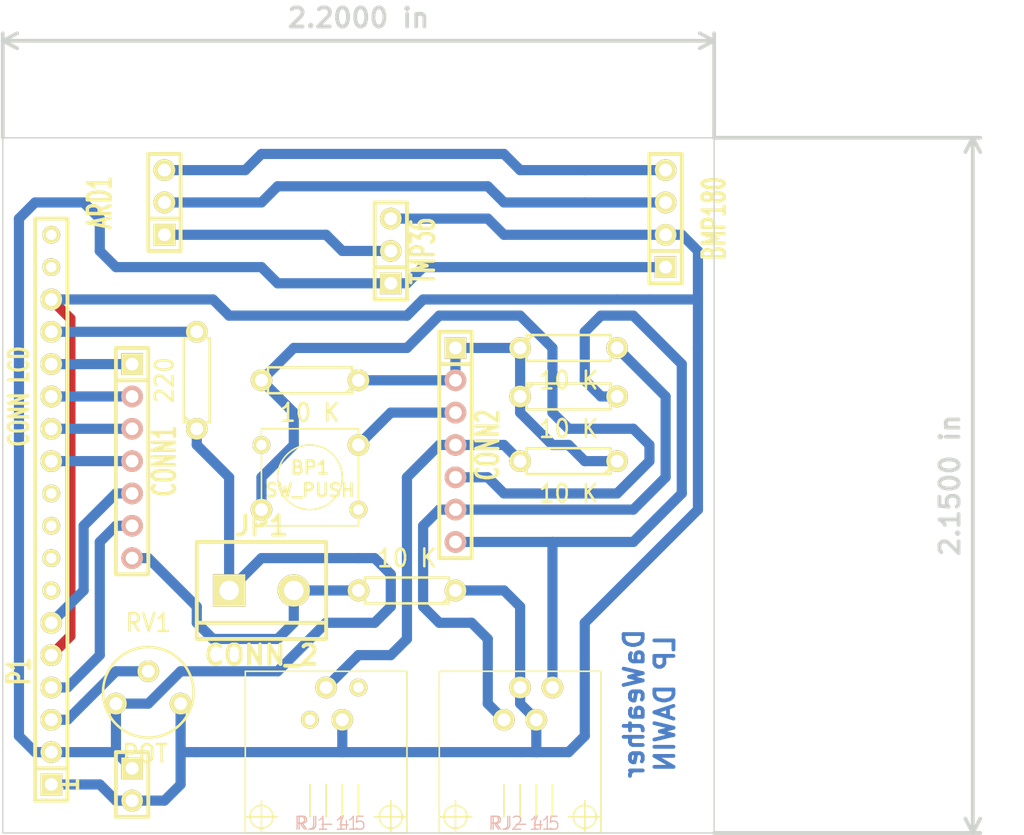
<source format=kicad_pcb>

(kicad_pcb
  (version 20171130)
  (host pcbnew "(5.1.12)-1")
  (general
    (thickness 1.6)
    (drawings 7)
    (tracks 175)
    (zones 0)
    (modules 18)
    (nets 21))
  (page A3)
  (layers
    (0 Dessus.Cu signal)
    (31 Dessous.Cu signal)
    (32 B.Adhes user)
    (33 F.Adhes user)
    (34 B.Paste user)
    (35 F.Paste user)
    (36 B.SilkS user)
    (37 F.SilkS user)
    (38 B.Mask user)
    (39 F.Mask user)
    (40 Dwgs.User user)
    (41 Cmts.User user)
    (42 Eco1.User user)
    (43 Eco2.User user)
    (44 Edge.Cuts user))
  (setup
    (last_trace_width 0.8)
    (trace_clearance 0.254)
    (zone_clearance 0.508)
    (zone_45_only no)
    (trace_min 0.254)
    (via_size 0.889)
    (via_drill 0.635)
    (via_min_size 0.889)
    (via_min_drill 0.508)
    (uvia_size 0.508)
    (uvia_drill 0.127)
    (uvias_allowed no)
    (uvia_min_size 0.508)
    (uvia_min_drill 0.127)
    (edge_width 0.1)
    (segment_width 0.2)
    (pcb_text_width 0.3)
    (pcb_text_size 1.5 1.5)
    (mod_edge_width 0.15)
    (mod_text_size 1 1)
    (mod_text_width 0.15)
    (pad_size 1.7 1.7)
    (pad_drill 1)
    (pad_to_mask_clearance 0)
    (aux_axis_origin 0 0)
    (visible_elements 7FFFFFFF)
    (pcbplotparams
      (layerselection 0x00030_ffffffff)
      (usegerberextensions true)
      (usegerberattributes true)
      (usegerberadvancedattributes true)
      (creategerberjobfile true)
      (excludeedgelayer true)
      (linewidth 0.15)
      (plotframeref false)
      (viasonmask false)
      (mode 1)
      (useauxorigin false)
      (hpglpennumber 1)
      (hpglpenspeed 20)
      (hpglpendiameter 15.0)
      (psnegative false)
      (psa4output false)
      (plotreference true)
      (plotvalue true)
      (plotinvisibletext false)
      (padsonsilk false)
      (subtractmaskfromsilk false)
      (outputformat 1)
      (mirror false)
      (drillshape 1)
      (scaleselection 1)
      (outputdirectory "")))
  (net 0 "")
  (net 1 N-000001)
  (net 2 N-0000010)
  (net 3 N-0000011)
  (net 4 N-0000012)
  (net 5 N-0000013)
  (net 6 N-0000015)
  (net 7 N-0000016)
  (net 8 N-0000017)
  (net 9 N-0000018)
  (net 10 N-0000019)
  (net 11 N-000002)
  (net 12 N-0000020)
  (net 13 N-0000021)
  (net 14 N-0000022)
  (net 15 N-0000027)
  (net 16 N-000003)
  (net 17 N-000004)
  (net 18 N-000005)
  (net 19 N-000006)
  (net 20 N-000009)
  (net_class Default "Ceci est la Netclass par défaut"
    (clearance 0.254)
    (trace_width 0.8)
    (via_dia 0.889)
    (via_drill 0.635)
    (uvia_dia 0.508)
    (uvia_drill 0.127)
    (add_net N-000001)
    (add_net N-0000010)
    (add_net N-0000011)
    (add_net N-0000012)
    (add_net N-0000013)
    (add_net N-0000015)
    (add_net N-0000016)
    (add_net N-0000017)
    (add_net N-0000018)
    (add_net N-0000019)
    (add_net N-000002)
    (add_net N-0000020)
    (add_net N-0000021)
    (add_net N-0000022)
    (add_net N-0000027)
    (add_net N-000003)
    (add_net N-000004)
    (add_net N-000005)
    (add_net N-000006)
    (add_net N-000009))
  (module SW_PUSH_SMALL
    (layer Dessus.Cu)
    (tedit 54C9627A)
    (tstamp 54C90043)
    (at 97.79 81.28)
    (path /54C8C291)
    (fp_text reference BP1
      (at 0 -0.762)
      (layer F.SilkS)
      (effects
        (font
          (size 1.016 1.016)
          (thickness 0.2032))))
    (fp_text value SW_PUSH
      (at 0 1.016)
      (layer F.SilkS)
      (effects
        (font
          (size 1.016 1.016)
          (thickness 0.2032))))
    (fp_line
      (start -3.81 -3.81)
      (end -3.81 3.81)
      (layer F.SilkS)
      (width 0.127))
    (fp_line
      (start 3.81 3.81)
      (end -3.81 3.81)
      (layer F.SilkS)
      (width 0.127))
    (fp_line
      (start 3.81 -3.81)
      (end 3.81 3.81)
      (layer F.SilkS)
      (width 0.127))
    (fp_line
      (start -3.81 -3.81)
      (end 3.81 -3.81)
      (layer F.SilkS)
      (width 0.127))
    (fp_circle
      (center 0 0)
      (end 0 -2.54)
      (layer F.SilkS)
      (width 0.127))
    (pad 1 thru_hole circle
      (at 3.81 -2.54)
      (size 1.7 1.7)
      (drill 1)
      (layers *.Cu *.Mask F.SilkS)
      (net 18 N-000005))
    (pad 2 thru_hole circle
      (at 3.81 2.54)
      (size 1.397 1.397)
      (drill 0.8128)
      (layers *.Cu *.Mask F.SilkS))
    (pad 1 thru_hole circle
      (at -3.81 -2.54)
      (size 1.397 1.397)
      (drill 0.8128)
      (layers *.Cu *.Mask F.SilkS))
    (pad 2 thru_hole circle
      (at -3.81 2.54)
      (size 1.7 1.7)
      (drill 1)
      (layers *.Cu *.Mask F.SilkS)
      (net 11 N-000002)))
  (module SIL-7
    (layer Dessus.Cu)
    (tedit 54C96456)
    (tstamp 54C90055)
    (at 109.22 78.74 270)
    (descr "Connecteur 7 pins")
    (tags "CONN DEV")
    (path /54C8DBB2)
    (fp_text reference CONN2
      (at 0 -2.54 270)
      (layer F.SilkS)
      (effects
        (font
          (size 1.72974 1.08712)
          (thickness 0.3048))))
    (fp_text value CONN_7
      (at 0 2.54 270)
      (layer F.SilkS) hide
      (effects
        (font
          (size 1.524 1.016)
          (thickness 0.3048))))
    (fp_line
      (start -6.35 1.27)
      (end -6.35 -1.27)
      (layer F.SilkS)
      (width 0.3048))
    (fp_line
      (start -6.35 1.27)
      (end -6.35 1.27)
      (layer F.SilkS)
      (width 0.3048))
    (fp_line
      (start -8.89 1.27)
      (end -8.89 -1.27)
      (layer F.SilkS)
      (width 0.3048))
    (fp_line
      (start 8.89 1.27)
      (end -8.89 1.27)
      (layer F.SilkS)
      (width 0.3048))
    (fp_line
      (start 8.89 -1.27)
      (end 8.89 1.27)
      (layer F.SilkS)
      (width 0.3048))
    (fp_line
      (start -8.89 -1.27)
      (end 8.89 -1.27)
      (layer F.SilkS)
      (width 0.3048))
    (fp_line
      (start -8.89 -1.27)
      (end -8.89 -1.27)
      (layer F.SilkS)
      (width 0.3048))
    (pad 1 thru_hole rect
      (at -7.62 0 270)
      (size 1.7 1.7)
      (drill 1)
      (layers *.Cu *.Mask F.SilkS)
      (net 10 N-0000019))
    (pad 2 thru_hole circle
      (at -5.08 0 270)
      (size 1.7 1.7)
      (drill 1)
      (layers *.Cu *.SilkS *.Mask)
      (net 10 N-0000019))
    (pad 3 thru_hole circle
      (at -2.54 0 270)
      (size 1.7 1.7)
      (drill 1)
      (layers *.Cu *.SilkS *.Mask)
      (net 18 N-000005))
    (pad 4 thru_hole circle
      (at 0 0 270)
      (size 1.7 1.7)
      (drill 1)
      (layers *.Cu *.SilkS *.Mask)
      (net 17 N-000004))
    (pad 5 thru_hole circle
      (at 2.54 0 270)
      (size 1.7 1.7)
      (drill 1)
      (layers *.Cu *.SilkS *.Mask)
      (net 11 N-000002))
    (pad 6 thru_hole circle
      (at 5.08 0 270)
      (size 1.7 1.7)
      (drill 1)
      (layers *.Cu *.SilkS *.Mask)
      (net 1 N-000001))
    (pad 7 thru_hole circle
      (at 7.62 0 270)
      (size 1.7 1.7)
      (drill 1)
      (layers *.Cu *.SilkS *.Mask)
      (net 16 N-000003)))
  (module SIL-7
    (layer Dessus.Cu)
    (tedit 54C962FA)
    (tstamp 54C90067)
    (at 83.82 80.01 270)
    (descr "Connecteur 7 pins")
    (tags "CONN DEV")
    (path /54C8D248)
    (fp_text reference CONN1
      (at 0 -2.54 270)
      (layer F.SilkS)
      (effects
        (font
          (size 1.72974 1.08712)
          (thickness 0.3048))))
    (fp_text value CONN_7
      (at 0 -2.54 270)
      (layer F.SilkS) hide
      (effects
        (font
          (size 1.524 1.016)
          (thickness 0.3048))))
    (fp_line
      (start -6.35 1.27)
      (end -6.35 -1.27)
      (layer F.SilkS)
      (width 0.3048))
    (fp_line
      (start -6.35 1.27)
      (end -6.35 1.27)
      (layer F.SilkS)
      (width 0.3048))
    (fp_line
      (start -8.89 1.27)
      (end -8.89 -1.27)
      (layer F.SilkS)
      (width 0.3048))
    (fp_line
      (start 8.89 1.27)
      (end -8.89 1.27)
      (layer F.SilkS)
      (width 0.3048))
    (fp_line
      (start 8.89 -1.27)
      (end 8.89 1.27)
      (layer F.SilkS)
      (width 0.3048))
    (fp_line
      (start -8.89 -1.27)
      (end 8.89 -1.27)
      (layer F.SilkS)
      (width 0.3048))
    (fp_line
      (start -8.89 -1.27)
      (end -8.89 -1.27)
      (layer F.SilkS)
      (width 0.3048))
    (pad 1 thru_hole rect
      (at -7.62 0 270)
      (size 1.7 1.7)
      (drill 1)
      (layers *.Cu *.Mask F.SilkS)
      (net 7 N-0000016))
    (pad 2 thru_hole circle
      (at -5.08 0 270)
      (size 1.7 1.7)
      (drill 1)
      (layers *.Cu *.SilkS *.Mask)
      (net 8 N-0000017))
    (pad 3 thru_hole circle
      (at -2.54 0 270)
      (size 1.7 1.7)
      (drill 1)
      (layers *.Cu *.SilkS *.Mask)
      (net 15 N-0000027))
    (pad 4 thru_hole circle
      (at 0 0 270)
      (size 1.7 1.7)
      (drill 1)
      (layers *.Cu *.SilkS *.Mask)
      (net 9 N-0000018))
    (pad 5 thru_hole circle
      (at 2.54 0 270)
      (size 1.7 1.7)
      (drill 1)
      (layers *.Cu *.SilkS *.Mask)
      (net 14 N-0000022))
    (pad 6 thru_hole circle
      (at 5.08 0 270)
      (size 1.7 1.7)
      (drill 1)
      (layers *.Cu *.SilkS *.Mask)
      (net 4 N-0000012))
    (pad 7 thru_hole circle
      (at 7.62 0 270)
      (size 1.7 1.7)
      (drill 1)
      (layers *.Cu *.SilkS *.Mask)
      (net 6 N-0000015)))
  (module SIL-4
    (layer Dessus.Cu)
    (tedit 54C961F0)
    (tstamp 54C90076)
    (at 125.73 60.96 90)
    (descr "Connecteur 4 pibs")
    (tags "CONN DEV")
    (path /54C8F200)
    (fp_text reference BMP180
      (at 0 3.81 90)
      (layer F.SilkS)
      (effects
        (font
          (size 1.73482 1.08712)
          (thickness 0.3048))))
    (fp_text value CONN_4
      (at 0 -2.54 90)
      (layer F.SilkS) hide
      (effects
        (font
          (size 1.524 1.016)
          (thickness 0.3048))))
    (fp_line
      (start -2.54 1.27)
      (end -2.54 -1.27)
      (layer F.SilkS)
      (width 0.3048))
    (fp_line
      (start 5.08 1.27)
      (end -5.08 1.27)
      (layer F.SilkS)
      (width 0.3048))
    (fp_line
      (start 5.08 -1.27)
      (end 5.08 1.27)
      (layer F.SilkS)
      (width 0.3048))
    (fp_line
      (start -5.08 -1.27)
      (end 5.08 -1.27)
      (layer F.SilkS)
      (width 0.3048))
    (fp_line
      (start -5.08 -1.27)
      (end -5.08 -1.27)
      (layer F.SilkS)
      (width 0.3048))
    (fp_line
      (start -5.08 1.27)
      (end -5.08 -1.27)
      (layer F.SilkS)
      (width 0.3048))
    (fp_line
      (start -5.08 -1.27)
      (end -5.08 -1.27)
      (layer F.SilkS)
      (width 0.3048))
    (pad 1 thru_hole rect
      (at -3.81 0 90)
      (size 1.7 1.7)
      (drill 1)
      (layers *.Cu *.Mask F.SilkS)
      (net 19 N-000006))
    (pad 2 thru_hole circle
      (at -1.27 0 90)
      (size 1.7 1.7)
      (drill 1)
      (layers *.Cu *.Mask F.SilkS)
      (net 13 N-0000021))
    (pad 3 thru_hole circle
      (at 1.27 0 90)
      (size 1.7 1.7)
      (drill 1)
      (layers *.Cu *.Mask F.SilkS)
      (net 2 N-0000010))
    (pad 4 thru_hole circle
      (at 3.81 0 90)
      (size 1.7 1.7)
      (drill 1)
      (layers *.Cu *.Mask F.SilkS)
      (net 3 N-0000011)))
  (module SIL-3
    (layer Dessus.Cu)
    (tedit 54C96230)
    (tstamp 54C90082)
    (at 86.36 59.69 90)
    (descr "Connecteur 3 pins")
    (tags "CONN DEV")
    (path /54C8EE3C)
    (fp_text reference ARD1
      (at 0 -5.08 90)
      (layer F.SilkS)
      (effects
        (font
          (size 1.7907 1.07696)
          (thickness 0.3048))))
    (fp_text value CONN_3
      (at 0 -2.54 90)
      (layer F.SilkS) hide
      (effects
        (font
          (size 1.524 1.016)
          (thickness 0.3048))))
    (fp_line
      (start -1.27 -1.27)
      (end -1.27 1.27)
      (layer F.SilkS)
      (width 0.3048))
    (fp_line
      (start 3.81 1.27)
      (end -3.81 1.27)
      (layer F.SilkS)
      (width 0.3048))
    (fp_line
      (start 3.81 -1.27)
      (end 3.81 1.27)
      (layer F.SilkS)
      (width 0.3048))
    (fp_line
      (start -3.81 -1.27)
      (end 3.81 -1.27)
      (layer F.SilkS)
      (width 0.3048))
    (fp_line
      (start -3.81 1.27)
      (end -3.81 -1.27)
      (layer F.SilkS)
      (width 0.3048))
    (pad 1 thru_hole rect
      (at -2.54 0 90)
      (size 1.7 1.7)
      (drill 1)
      (layers *.Cu *.Mask F.SilkS)
      (net 20 N-000009))
    (pad 2 thru_hole circle
      (at 0 0 90)
      (size 1.7 1.7)
      (drill 1)
      (layers *.Cu *.Mask F.SilkS)
      (net 2 N-0000010))
    (pad 3 thru_hole circle
      (at 2.54 0 90)
      (size 1.7 1.7)
      (drill 1)
      (layers *.Cu *.Mask F.SilkS)
      (net 3 N-0000011)))
  (module SIL-3
    (layer Dessus.Cu)
    (tedit 54C96211)
    (tstamp 54C94F19)
    (at 104.14 63.5 90)
    (descr "Connecteur 3 pins")
    (tags "CONN DEV")
    (path /54C8ECC3)
    (fp_text reference TMP36
      (at 0 2.54 90)
      (layer F.SilkS)
      (effects
        (font
          (size 1.7907 1.07696)
          (thickness 0.3048))))
    (fp_text value CONN_3
      (at 0 -2.54 90)
      (layer F.SilkS) hide
      (effects
        (font
          (size 1.524 1.016)
          (thickness 0.3048))))
    (fp_line
      (start -1.27 -1.27)
      (end -1.27 1.27)
      (layer F.SilkS)
      (width 0.3048))
    (fp_line
      (start 3.81 1.27)
      (end -3.81 1.27)
      (layer F.SilkS)
      (width 0.3048))
    (fp_line
      (start 3.81 -1.27)
      (end 3.81 1.27)
      (layer F.SilkS)
      (width 0.3048))
    (fp_line
      (start -3.81 -1.27)
      (end 3.81 -1.27)
      (layer F.SilkS)
      (width 0.3048))
    (fp_line
      (start -3.81 1.27)
      (end -3.81 -1.27)
      (layer F.SilkS)
      (width 0.3048))
    (pad 1 thru_hole rect
      (at -2.54 0 90)
      (size 1.7 1.7)
      (drill 1)
      (layers *.Cu *.Mask F.SilkS)
      (net 19 N-000006))
    (pad 2 thru_hole circle
      (at 0 0 90)
      (size 1.7 1.7)
      (drill 1)
      (layers *.Cu *.Mask F.SilkS)
      (net 20 N-000009))
    (pad 3 thru_hole circle
      (at 2.54 0 90)
      (size 1.7 1.7)
      (drill 1)
      (layers *.Cu *.Mask F.SilkS)
      (net 13 N-0000021)))
  (module SIL-2
    (layer Dessus.Cu)
    (tedit 54C963B1)
    (tstamp 54C90098)
    (at 83.82 105.41 270)
    (descr "Connecteurs 2 pins")
    (tags "CONN DEV")
    (path /54C8D258)
    (fp_text reference 1
      (at 0 5.08 270)
      (layer F.SilkS)
      (effects
        (font
          (size 1.72974 1.08712)
          (thickness 0.3048))))
    (fp_text value CONN_2
      (at 0 -2.54 270)
      (layer F.SilkS) hide
      (effects
        (font
          (size 1.524 1.016)
          (thickness 0.3048))))
    (fp_line
      (start 2.54 1.27)
      (end -2.54 1.27)
      (layer F.SilkS)
      (width 0.3048))
    (fp_line
      (start 2.54 -1.27)
      (end 2.54 1.27)
      (layer F.SilkS)
      (width 0.3048))
    (fp_line
      (start -2.54 -1.27)
      (end 2.54 -1.27)
      (layer F.SilkS)
      (width 0.3048))
    (fp_line
      (start -2.54 1.27)
      (end -2.54 -1.27)
      (layer F.SilkS)
      (width 0.3048))
    (pad 1 thru_hole rect
      (at -1.27 0 270)
      (size 1.7 1.7)
      (drill 1)
      (layers *.Cu *.Mask F.SilkS)
      (net 19 N-000006))
    (pad 2 thru_hole circle
      (at 1.27 0 270)
      (size 1.7 1.7)
      (drill 1)
      (layers *.Cu *.Mask F.SilkS)
      (net 13 N-0000021)))
  (module SIL-18
    (layer Dessus.Cu)
    (tedit 54C96333)
    (tstamp 54C94F35)
    (at 77.47 83.82 90)
    (descr "Connecteur 18 pins")
    (tags "CONN DEV")
    (path /54C8CFEE)
    (fp_text reference P1
      (at -12.7 -2.54 90)
      (layer F.SilkS)
      (effects
        (font
          (size 1.72974 1.08712)
          (thickness 0.3048))))
    (fp_text value "CONN LCD"
      (at 8.89 -2.54 90)
      (layer F.SilkS)
      (effects
        (font
          (size 1.524 1.016)
          (thickness 0.3048))))
    (fp_line
      (start -20.32 -1.27)
      (end -20.32 1.27)
      (layer F.SilkS)
      (width 0.3048))
    (fp_line
      (start -22.86 1.27)
      (end -22.86 -1.27)
      (layer F.SilkS)
      (width 0.3048))
    (fp_line
      (start 22.86 1.27)
      (end -22.86 1.27)
      (layer F.SilkS)
      (width 0.3048))
    (fp_line
      (start 22.86 -1.27)
      (end 22.86 1.27)
      (layer F.SilkS)
      (width 0.3048))
    (fp_line
      (start -22.86 -1.27)
      (end 22.86 -1.27)
      (layer F.SilkS)
      (width 0.3048))
    (pad 1 thru_hole rect
      (at -21.59 0 90)
      (size 1.7 1.7)
      (drill 1)
      (layers *.Cu *.Mask F.SilkS)
      (net 13 N-0000021))
    (pad 2 thru_hole circle
      (at -19.05 0 90)
      (size 1.7 1.7)
      (drill 1)
      (layers *.Cu *.Mask F.SilkS)
      (net 19 N-000006))
    (pad 3 thru_hole circle
      (at -16.51 0 90)
      (size 1.7 1.7)
      (drill 1)
      (layers *.Cu *.Mask F.SilkS)
      (net 12 N-0000020))
    (pad 4 thru_hole circle
      (at -13.97 0 90)
      (size 1.7 1.7)
      (drill 1)
      (layers *.Cu *.Mask F.SilkS)
      (net 4 N-0000012))
    (pad 5 thru_hole circle
      (at -11.43 0 90)
      (size 1.7 1.7)
      (drill 1)
      (layers *.Cu *.Mask F.SilkS)
      (net 13 N-0000021))
    (pad 6 thru_hole circle
      (at -8.89 0 90)
      (size 1.7 1.7)
      (drill 1)
      (layers *.Cu *.Mask F.SilkS)
      (net 14 N-0000022))
    (pad 7 thru_hole circle
      (at -6.35 0 90)
      (size 1.397 1.397)
      (drill 0.8128)
      (layers *.Cu *.Mask F.SilkS))
    (pad 8 thru_hole circle
      (at -3.81 0 90)
      (size 1.397 1.397)
      (drill 0.8128)
      (layers *.Cu *.Mask F.SilkS))
    (pad 9 thru_hole circle
      (at -1.27 0 90)
      (size 1.397 1.397)
      (drill 0.8128)
      (layers *.Cu *.Mask F.SilkS))
    (pad 10 thru_hole circle
      (at 1.27 0 90)
      (size 1.397 1.397)
      (drill 0.8128)
      (layers *.Cu *.Mask F.SilkS))
    (pad 11 thru_hole circle
      (at 3.81 0 90)
      (size 1.7 1.7)
      (drill 1)
      (layers *.Cu *.Mask F.SilkS)
      (net 9 N-0000018))
    (pad 12 thru_hole circle
      (at 6.35 0 90)
      (size 1.7 1.7)
      (drill 1)
      (layers *.Cu *.Mask F.SilkS)
      (net 15 N-0000027))
    (pad 13 thru_hole circle
      (at 8.89 0 90)
      (size 1.7 1.7)
      (drill 1)
      (layers *.Cu *.Mask F.SilkS)
      (net 8 N-0000017))
    (pad 14 thru_hole circle
      (at 11.43 0 90)
      (size 1.7 1.7)
      (drill 1)
      (layers *.Cu *.Mask F.SilkS)
      (net 7 N-0000016))
    (pad 15 thru_hole circle
      (at 13.97 0 90)
      (size 1.7 1.7)
      (drill 1)
      (layers *.Cu *.Mask F.SilkS)
      (net 5 N-0000013))
    (pad 16 thru_hole circle
      (at 16.51 0 90)
      (size 1.7 1.7)
      (drill 1)
      (layers *.Cu *.Mask F.SilkS)
      (net 13 N-0000021))
    (pad 17 thru_hole circle
      (at 19.05 0 90)
      (size 1.397 1.397)
      (drill 0.8128)
      (layers *.Cu *.Mask F.SilkS))
    (pad 18 thru_hole circle
      (at 21.59 0 90)
      (size 1.397 1.397)
      (drill 0.8128)
      (layers *.Cu *.Mask F.SilkS)))
  (module scenix4-RJ-11
    (layer Dessus.Cu)
    (tedit 54C963C7)
    (tstamp 54C900CB)
    (at 99.06 101.6 180)
    (path /54C8FB85)
    (attr virtual)
    (fp_text reference RJ1
      (at 1.143 -6.858 180)
      (layer B.SilkS)
      (effects
        (font
          (size 1.016 1.016)
          (thickness 0.0889))))
    (fp_text value RJ-11
      (at -0.127 -6.858 180)
      (layer B.SilkS)
      (effects
        (font
          (size 1.016 1.016)
          (thickness 0.0889))))
    (fp_text user 4
      (at -1.397 -6.858 180)
      (layer B.SilkS)
      (effects
        (font
          (size 1.016 1.016)
          (thickness 0.0889))))
    (fp_text user 5
      (at -2.667 -6.858 180)
      (layer B.SilkS)
      (effects
        (font
          (size 1.016 1.016)
          (thickness 0.0889))))
    (fp_line
      (start 5.08 -5.08)
      (end 5.08 -7.62)
      (layer F.SilkS)
      (width 0.127))
    (fp_line
      (start 3.81 -6.35)
      (end 6.35 -6.35)
      (layer F.SilkS)
      (width 0.127))
    (fp_line
      (start -5.08 -5.08)
      (end -5.08 -7.62)
      (layer F.SilkS)
      (width 0.127))
    (fp_line
      (start -6.35 -6.35)
      (end -3.81 -6.35)
      (layer F.SilkS)
      (width 0.127))
    (fp_line
      (start -6.35 5.08)
      (end -6.35 -7.62)
      (layer F.SilkS)
      (width 0.127))
    (fp_line
      (start 6.35 5.08)
      (end -6.35 5.08)
      (layer F.SilkS)
      (width 0.127))
    (fp_line
      (start 6.35 -7.62)
      (end 6.35 5.08)
      (layer F.SilkS)
      (width 0.127))
    (fp_line
      (start -6.35 -7.62)
      (end 6.35 -7.62)
      (layer F.SilkS)
      (width 0.127))
    (fp_line
      (start 1.27 -6.35)
      (end 1.27 -3.81)
      (layer F.SilkS)
      (width 0.127))
    (fp_line
      (start 0 -6.35)
      (end 0 -3.81)
      (layer F.SilkS)
      (width 0.127))
    (fp_line
      (start -1.27 -6.35)
      (end -1.27 -3.81)
      (layer F.SilkS)
      (width 0.127))
    (fp_line
      (start -2.54 -6.35)
      (end -2.54 -3.81)
      (layer F.SilkS)
      (width 0.127))
    (fp_circle
      (center 5.08 -6.35)
      (end 5.715 -6.985)
      (layer F.SilkS)
      (width 0.127))
    (fp_circle
      (center -5.08 -6.35)
      (end -5.715 -6.985)
      (layer F.SilkS)
      (width 0.127))
    (pad 2 thru_hole circle
      (at 1.27 1.27 180)
      (size 1.397 1.397)
      (drill 0.8128)
      (layers *.Cu F.Paste F.SilkS F.Mask))
    (pad 3 thru_hole circle
      (at 0 3.81 180)
      (size 1.7 1.7)
      (drill 1)
      (layers *.Cu F.Paste F.SilkS F.Mask)
      (net 17 N-000004))
    (pad 4 thru_hole circle
      (at -1.27 1.27 180)
      (size 1.7 1.7)
      (drill 1)
      (layers *.Cu F.Paste F.SilkS F.Mask)
      (net 13 N-0000021))
    (pad 5 thru_hole circle
      (at -2.54 3.81 180)
      (size 1.397 1.397)
      (drill 0.8128)
      (layers *.Cu F.Paste F.SilkS F.Mask)))
  (module scenix4-RJ-11
    (layer Dessus.Cu)
    (tedit 54C96401)
    (tstamp 54C900E3)
    (at 114.3 101.6 180)
    (path /54C8C2DD)
    (attr virtual)
    (fp_text reference RJ2
      (at 1.143 -6.858 180)
      (layer B.SilkS)
      (effects
        (font
          (size 1.016 1.016)
          (thickness 0.0889))))
    (fp_text value RJ-11
      (at -0.127 -6.858 180)
      (layer B.SilkS)
      (effects
        (font
          (size 1.016 1.016)
          (thickness 0.0889))))
    (fp_text user 4
      (at -1.397 -6.858 180)
      (layer B.SilkS)
      (effects
        (font
          (size 1.016 1.016)
          (thickness 0.0889))))
    (fp_text user 5
      (at -2.667 -6.858 180)
      (layer B.SilkS)
      (effects
        (font
          (size 1.016 1.016)
          (thickness 0.0889))))
    (fp_line
      (start 5.08 -5.08)
      (end 5.08 -7.62)
      (layer F.SilkS)
      (width 0.127))
    (fp_line
      (start 3.81 -6.35)
      (end 6.35 -6.35)
      (layer F.SilkS)
      (width 0.127))
    (fp_line
      (start -5.08 -5.08)
      (end -5.08 -7.62)
      (layer F.SilkS)
      (width 0.127))
    (fp_line
      (start -6.35 -6.35)
      (end -3.81 -6.35)
      (layer F.SilkS)
      (width 0.127))
    (fp_line
      (start -6.35 5.08)
      (end -6.35 -7.62)
      (layer F.SilkS)
      (width 0.127))
    (fp_line
      (start 6.35 5.08)
      (end -6.35 5.08)
      (layer F.SilkS)
      (width 0.127))
    (fp_line
      (start 6.35 -7.62)
      (end 6.35 5.08)
      (layer F.SilkS)
      (width 0.127))
    (fp_line
      (start -6.35 -7.62)
      (end 6.35 -7.62)
      (layer F.SilkS)
      (width 0.127))
    (fp_line
      (start 1.27 -6.35)
      (end 1.27 -3.81)
      (layer F.SilkS)
      (width 0.127))
    (fp_line
      (start 0 -6.35)
      (end 0 -3.81)
      (layer F.SilkS)
      (width 0.127))
    (fp_line
      (start -1.27 -6.35)
      (end -1.27 -3.81)
      (layer F.SilkS)
      (width 0.127))
    (fp_line
      (start -2.54 -6.35)
      (end -2.54 -3.81)
      (layer F.SilkS)
      (width 0.127))
    (fp_circle
      (center 5.08 -6.35)
      (end 5.715 -6.985)
      (layer F.SilkS)
      (width 0.127))
    (fp_circle
      (center -5.08 -6.35)
      (end -5.715 -6.985)
      (layer F.SilkS)
      (width 0.127))
    (pad 2 thru_hole circle
      (at 1.27 1.27 180)
      (size 1.7 1.7)
      (drill 1)
      (layers *.Cu F.Paste F.SilkS F.Mask)
      (net 1 N-000001))
    (pad 3 thru_hole circle
      (at 0 3.81 180)
      (size 1.7 1.7)
      (drill 1)
      (layers *.Cu F.Paste F.SilkS F.Mask)
      (net 13 N-0000021))
    (pad 4 thru_hole circle
      (at -1.27 1.27 180)
      (size 1.7 1.7)
      (drill 1)
      (layers *.Cu F.Paste F.SilkS F.Mask)
      (net 13 N-0000021))
    (pad 5 thru_hole circle
      (at -2.54 3.81 180)
      (size 1.7 1.7)
      (drill 1)
      (layers *.Cu F.Paste F.SilkS F.Mask)
      (net 16 N-000003)))
  (module RV2
    (layer Dessus.Cu)
    (tedit 54C96351)
    (tstamp 54C900EB)
    (at 85.09 97.79)
    (descr "Resistance variable / potentiometre")
    (tags R)
    (path /54C8F4AF)
    (autoplace_cost90 10)
    (autoplace_cost180 10)
    (fp_text reference RV1
      (at 0 -5.08)
      (layer F.SilkS)
      (effects
        (font
          (size 1.397 1.27)
          (thickness 0.2032))))
    (fp_text value POT
      (at -0.254 5.207)
      (layer F.SilkS)
      (effects
        (font
          (size 1.397 1.27)
          (thickness 0.2032))))
    (fp_circle
      (center 0 0.381)
      (end 0 -3.175)
      (layer F.SilkS)
      (width 0.2032))
    (pad 1 thru_hole circle
      (at -2.54 1.27)
      (size 1.7 1.7)
      (drill 1)
      (layers *.Cu *.Mask F.SilkS)
      (net 19 N-000006))
    (pad 2 thru_hole circle
      (at 0 -1.27)
      (size 1.7 1.7)
      (drill 1)
      (layers *.Cu *.Mask F.SilkS)
      (net 12 N-0000020))
    (pad 3 thru_hole circle
      (at 2.54 1.27)
      (size 1.7 1.7)
      (drill 1)
      (layers *.Cu *.Mask F.SilkS)
      (net 13 N-0000021))
    (model discret/adjustable_rx2.wrl
      (at
        (xyz 0 0 0))
      (scale
        (xyz 1 1 1))
      (rotate
        (xyz 0 0 0))))
  (module R3
    (layer Dessus.Cu)
    (tedit 54C96248)
    (tstamp 54C900F9)
    (at 88.9 73.66 90)
    (descr "Resitance 3 pas")
    (tags R)
    (path /54C8D0E6)
    (autoplace_cost180 10)
    (fp_text reference R6
      (at 0 0.127 90)
      (layer F.SilkS) hide
      (effects
        (font
          (size 1.397 1.27)
          (thickness 0.2032))))
    (fp_text value 220
      (at 0 -2.54 90)
      (layer F.SilkS)
      (effects
        (font
          (size 1.397 1.27)
          (thickness 0.2032))))
    (fp_line
      (start -3.302 -0.508)
      (end -2.794 -1.016)
      (layer F.SilkS)
      (width 0.2032))
    (fp_line
      (start 3.302 1.016)
      (end 3.302 0)
      (layer F.SilkS)
      (width 0.2032))
    (fp_line
      (start -3.302 1.016)
      (end 3.302 1.016)
      (layer F.SilkS)
      (width 0.2032))
    (fp_line
      (start -3.302 -1.016)
      (end -3.302 1.016)
      (layer F.SilkS)
      (width 0.2032))
    (fp_line
      (start 3.302 -1.016)
      (end -3.302 -1.016)
      (layer F.SilkS)
      (width 0.2032))
    (fp_line
      (start 3.302 0)
      (end 3.302 -1.016)
      (layer F.SilkS)
      (width 0.2032))
    (fp_line
      (start 3.81 0)
      (end 3.302 0)
      (layer F.SilkS)
      (width 0.2032))
    (fp_line
      (start -3.81 0)
      (end -3.302 0)
      (layer F.SilkS)
      (width 0.2032))
    (pad 1 thru_hole circle
      (at -3.81 0 90)
      (size 1.7 1.7)
      (drill 1)
      (layers *.Cu *.Mask F.SilkS)
      (net 19 N-000006))
    (pad 2 thru_hole circle
      (at 3.81 0 90)
      (size 1.7 1.7)
      (drill 1)
      (layers *.Cu *.Mask F.SilkS)
      (net 5 N-0000013))
    (model discret/resistor.wrl
      (at
        (xyz 0 0 0))
      (scale
        (xyz 0.3 0.3 0.3))
      (rotate
        (xyz 0 0 0))))
  (module R3
    (layer Dessus.Cu)
    (tedit 54C963D6)
    (tstamp 54C90107)
    (at 105.41 90.17 180)
    (descr "Resitance 3 pas")
    (tags R)
    (path /54C8D08F)
    (autoplace_cost180 10)
    (fp_text reference R5
      (at 0 0.127 180)
      (layer F.SilkS) hide
      (effects
        (font
          (size 1.397 1.27)
          (thickness 0.2032))))
    (fp_text value "10 K"
      (at 0 2.54 180)
      (layer F.SilkS)
      (effects
        (font
          (size 1.397 1.27)
          (thickness 0.2032))))
    (fp_line
      (start -3.302 -0.508)
      (end -2.794 -1.016)
      (layer F.SilkS)
      (width 0.2032))
    (fp_line
      (start 3.302 1.016)
      (end 3.302 0)
      (layer F.SilkS)
      (width 0.2032))
    (fp_line
      (start -3.302 1.016)
      (end 3.302 1.016)
      (layer F.SilkS)
      (width 0.2032))
    (fp_line
      (start -3.302 -1.016)
      (end -3.302 1.016)
      (layer F.SilkS)
      (width 0.2032))
    (fp_line
      (start 3.302 -1.016)
      (end -3.302 -1.016)
      (layer F.SilkS)
      (width 0.2032))
    (fp_line
      (start 3.302 0)
      (end 3.302 -1.016)
      (layer F.SilkS)
      (width 0.2032))
    (fp_line
      (start 3.81 0)
      (end 3.302 0)
      (layer F.SilkS)
      (width 0.2032))
    (fp_line
      (start -3.81 0)
      (end -3.302 0)
      (layer F.SilkS)
      (width 0.2032))
    (pad 1 thru_hole circle
      (at -3.81 0 180)
      (size 1.7 1.7)
      (drill 1)
      (layers *.Cu *.Mask F.SilkS)
      (net 13 N-0000021))
    (pad 2 thru_hole circle
      (at 3.81 0 180)
      (size 1.7 1.7)
      (drill 1)
      (layers *.Cu *.Mask F.SilkS)
      (net 6 N-0000015))
    (model discret/resistor.wrl
      (at
        (xyz 0 0 0))
      (scale
        (xyz 0.3 0.3 0.3))
      (rotate
        (xyz 0 0 0))))
  (module R3
    (layer Dessus.Cu)
    (tedit 54C9648A)
    (tstamp 54C90115)
    (at 118.11 74.93)
    (descr "Resitance 3 pas")
    (tags R)
    (path /54C8B44B)
    (autoplace_cost180 10)
    (fp_text reference R4
      (at 0 0.127)
      (layer F.SilkS) hide
      (effects
        (font
          (size 1.397 1.27)
          (thickness 0.2032))))
    (fp_text value "10 K"
      (at 0 2.54)
      (layer F.SilkS)
      (effects
        (font
          (size 1.397 1.27)
          (thickness 0.2032))))
    (fp_line
      (start -3.302 -0.508)
      (end -2.794 -1.016)
      (layer F.SilkS)
      (width 0.2032))
    (fp_line
      (start 3.302 1.016)
      (end 3.302 0)
      (layer F.SilkS)
      (width 0.2032))
    (fp_line
      (start -3.302 1.016)
      (end 3.302 1.016)
      (layer F.SilkS)
      (width 0.2032))
    (fp_line
      (start -3.302 -1.016)
      (end -3.302 1.016)
      (layer F.SilkS)
      (width 0.2032))
    (fp_line
      (start 3.302 -1.016)
      (end -3.302 -1.016)
      (layer F.SilkS)
      (width 0.2032))
    (fp_line
      (start 3.302 0)
      (end 3.302 -1.016)
      (layer F.SilkS)
      (width 0.2032))
    (fp_line
      (start 3.81 0)
      (end 3.302 0)
      (layer F.SilkS)
      (width 0.2032))
    (fp_line
      (start -3.81 0)
      (end -3.302 0)
      (layer F.SilkS)
      (width 0.2032))
    (pad 1 thru_hole circle
      (at -3.81 0)
      (size 1.7 1.7)
      (drill 1)
      (layers *.Cu *.Mask F.SilkS)
      (net 10 N-0000019))
    (pad 2 thru_hole circle
      (at 3.81 0)
      (size 1.7 1.7)
      (drill 1)
      (layers *.Cu *.Mask F.SilkS)
      (net 16 N-000003))
    (model discret/resistor.wrl
      (at
        (xyz 0 0 0))
      (scale
        (xyz 0.3 0.3 0.3))
      (rotate
        (xyz 0 0 0))))
  (module R3
    (layer Dessus.Cu)
    (tedit 54C96482)
    (tstamp 54C90123)
    (at 118.11 71.12)
    (descr "Resitance 3 pas")
    (tags R)
    (path /54C8B43C)
    (autoplace_cost180 10)
    (fp_text reference R3
      (at 0 0.127)
      (layer F.SilkS) hide
      (effects
        (font
          (size 1.397 1.27)
          (thickness 0.2032))))
    (fp_text value "10 K"
      (at 0 2.54)
      (layer F.SilkS)
      (effects
        (font
          (size 1.397 1.27)
          (thickness 0.2032))))
    (fp_line
      (start -3.302 -0.508)
      (end -2.794 -1.016)
      (layer F.SilkS)
      (width 0.2032))
    (fp_line
      (start 3.302 1.016)
      (end 3.302 0)
      (layer F.SilkS)
      (width 0.2032))
    (fp_line
      (start -3.302 1.016)
      (end 3.302 1.016)
      (layer F.SilkS)
      (width 0.2032))
    (fp_line
      (start -3.302 -1.016)
      (end -3.302 1.016)
      (layer F.SilkS)
      (width 0.2032))
    (fp_line
      (start 3.302 -1.016)
      (end -3.302 -1.016)
      (layer F.SilkS)
      (width 0.2032))
    (fp_line
      (start 3.302 0)
      (end 3.302 -1.016)
      (layer F.SilkS)
      (width 0.2032))
    (fp_line
      (start 3.81 0)
      (end 3.302 0)
      (layer F.SilkS)
      (width 0.2032))
    (fp_line
      (start -3.81 0)
      (end -3.302 0)
      (layer F.SilkS)
      (width 0.2032))
    (pad 1 thru_hole circle
      (at -3.81 0)
      (size 1.7 1.7)
      (drill 1)
      (layers *.Cu *.Mask F.SilkS)
      (net 10 N-0000019))
    (pad 2 thru_hole circle
      (at 3.81 0)
      (size 1.7 1.7)
      (drill 1)
      (layers *.Cu *.Mask F.SilkS)
      (net 1 N-000001))
    (model discret/resistor.wrl
      (at
        (xyz 0 0 0))
      (scale
        (xyz 0.3 0.3 0.3))
      (rotate
        (xyz 0 0 0))))
  (module R3
    (layer Dessus.Cu)
    (tedit 54C96463)
    (tstamp 54C90131)
    (at 118.11 80.01 180)
    (descr "Resitance 3 pas")
    (tags R)
    (path /54C8B42D)
    (autoplace_cost180 10)
    (fp_text reference R2
      (at 0 0.127 180)
      (layer F.SilkS) hide
      (effects
        (font
          (size 1.397 1.27)
          (thickness 0.2032))))
    (fp_text value "10 K"
      (at 0 -2.54 180)
      (layer F.SilkS)
      (effects
        (font
          (size 1.397 1.27)
          (thickness 0.2032))))
    (fp_line
      (start -3.302 -0.508)
      (end -2.794 -1.016)
      (layer F.SilkS)
      (width 0.2032))
    (fp_line
      (start 3.302 1.016)
      (end 3.302 0)
      (layer F.SilkS)
      (width 0.2032))
    (fp_line
      (start -3.302 1.016)
      (end 3.302 1.016)
      (layer F.SilkS)
      (width 0.2032))
    (fp_line
      (start -3.302 -1.016)
      (end -3.302 1.016)
      (layer F.SilkS)
      (width 0.2032))
    (fp_line
      (start 3.302 -1.016)
      (end -3.302 -1.016)
      (layer F.SilkS)
      (width 0.2032))
    (fp_line
      (start 3.302 0)
      (end 3.302 -1.016)
      (layer F.SilkS)
      (width 0.2032))
    (fp_line
      (start 3.81 0)
      (end 3.302 0)
      (layer F.SilkS)
      (width 0.2032))
    (fp_line
      (start -3.81 0)
      (end -3.302 0)
      (layer F.SilkS)
      (width 0.2032))
    (pad 1 thru_hole circle
      (at -3.81 0 180)
      (size 1.7 1.7)
      (drill 1)
      (layers *.Cu *.Mask F.SilkS)
      (net 10 N-0000019))
    (pad 2 thru_hole circle
      (at 3.81 0 180)
      (size 1.7 1.7)
      (drill 1)
      (layers *.Cu *.Mask F.SilkS)
      (net 17 N-000004))
    (model discret/resistor.wrl
      (at
        (xyz 0 0 0))
      (scale
        (xyz 0.3 0.3 0.3))
      (rotate
        (xyz 0 0 0))))
  (module R3
    (layer Dessus.Cu)
    (tedit 54C9625C)
    (tstamp 54C9013F)
    (at 97.79 73.66 180)
    (descr "Resitance 3 pas")
    (tags R)
    (path /54C8B41E)
    (autoplace_cost180 10)
    (fp_text reference R1
      (at 0 0.127 180)
      (layer F.SilkS) hide
      (effects
        (font
          (size 1.397 1.27)
          (thickness 0.2032))))
    (fp_text value "10 K"
      (at 0 -2.54 180)
      (layer F.SilkS)
      (effects
        (font
          (size 1.397 1.27)
          (thickness 0.2032))))
    (fp_line
      (start -3.302 -0.508)
      (end -2.794 -1.016)
      (layer F.SilkS)
      (width 0.2032))
    (fp_line
      (start 3.302 1.016)
      (end 3.302 0)
      (layer F.SilkS)
      (width 0.2032))
    (fp_line
      (start -3.302 1.016)
      (end 3.302 1.016)
      (layer F.SilkS)
      (width 0.2032))
    (fp_line
      (start -3.302 -1.016)
      (end -3.302 1.016)
      (layer F.SilkS)
      (width 0.2032))
    (fp_line
      (start 3.302 -1.016)
      (end -3.302 -1.016)
      (layer F.SilkS)
      (width 0.2032))
    (fp_line
      (start 3.302 0)
      (end 3.302 -1.016)
      (layer F.SilkS)
      (width 0.2032))
    (fp_line
      (start 3.81 0)
      (end 3.302 0)
      (layer F.SilkS)
      (width 0.2032))
    (fp_line
      (start -3.81 0)
      (end -3.302 0)
      (layer F.SilkS)
      (width 0.2032))
    (pad 1 thru_hole circle
      (at -3.81 0 180)
      (size 1.7 1.7)
      (drill 1)
      (layers *.Cu *.Mask F.SilkS)
      (net 10 N-0000019))
    (pad 2 thru_hole circle
      (at 3.81 0 180)
      (size 1.7 1.7)
      (drill 1)
      (layers *.Cu *.Mask F.SilkS)
      (net 11 N-000002))
    (model discret/resistor.wrl
      (at
        (xyz 0 0 0))
      (scale
        (xyz 0.3 0.3 0.3))
      (rotate
        (xyz 0 0 0))))
  (module bornier2
    (layer Dessus.Cu)
    (tedit 3EC0ED69)
    (tstamp 54CA4416)
    (at 93.98 90.17)
    (descr "Bornier d'alimentation 2 pins")
    (tags DEV)
    (path /54C8F7A8)
    (fp_text reference JP1
      (at 0 -5.08)
      (layer F.SilkS)
      (effects
        (font
          (size 1.524 1.524)
          (thickness 0.3048))))
    (fp_text value CONN_2
      (at 0 5.08)
      (layer F.SilkS)
      (effects
        (font
          (size 1.524 1.524)
          (thickness 0.3048))))
    (fp_line
      (start -5.08 3.81)
      (end 5.08 3.81)
      (layer F.SilkS)
      (width 0.3048))
    (fp_line
      (start -5.08 -3.81)
      (end -5.08 3.81)
      (layer F.SilkS)
      (width 0.3048))
    (fp_line
      (start 5.08 -3.81)
      (end -5.08 -3.81)
      (layer F.SilkS)
      (width 0.3048))
    (fp_line
      (start 5.08 3.81)
      (end 5.08 -3.81)
      (layer F.SilkS)
      (width 0.3048))
    (fp_line
      (start 5.08 2.54)
      (end -5.08 2.54)
      (layer F.SilkS)
      (width 0.3048))
    (pad 1 thru_hole rect
      (at -2.54 0)
      (size 2.54 2.54)
      (drill 1.524)
      (layers *.Cu *.Mask F.SilkS)
      (net 19 N-000006))
    (pad 2 thru_hole circle
      (at 2.54 0)
      (size 2.54 2.54)
      (drill 1.524)
      (layers *.Cu *.Mask F.SilkS)
      (net 6 N-0000015))
    (model device/bornier_2.wrl
      (at
        (xyz 0 0 0))
      (scale
        (xyz 1 1 1))
      (rotate
        (xyz 0 0 0))))
  (gr_text "DaWeather\nLP DAWIN\n"
    (at 124.46 99.06 90)
    (layer Dessous.Cu)
    (effects
      (font
        (size 1.5 1.5)
        (thickness 0.3))
      (justify mirror)))
  (dimension 55.88
    (width 0.3)
    (layer Edge.Cuts)
    (gr_text "55,880 mm"
      (at 101.6 45.640001)
      (layer Edge.Cuts)
      (effects
        (font
          (size 1.5 1.5)
          (thickness 0.3))))
    (feature1
      (pts
        (xy 129.54 54.61)
        (xy 129.54 44.290001)))
    (feature2
      (pts
        (xy 73.66 54.61)
        (xy 73.66 44.290001)))
    (crossbar
      (pts
        (xy 73.66 46.990001)
        (xy 129.54 46.990001)))
    (arrow1a
      (pts
        (xy 129.54 46.990001)
        (xy 128.413497 47.576421)))
    (arrow1b
      (pts
        (xy 129.54 46.990001)
        (xy 128.413497 46.403581)))
    (arrow2a
      (pts
        (xy 73.66 46.990001)
        (xy 74.786503 47.576421)))
    (arrow2b
      (pts
        (xy 73.66 46.990001)
        (xy 74.786503 46.403581))))
  (dimension 54.61
    (width 0.3)
    (layer Edge.Cuts)
    (gr_text "54,610 mm"
      (at 151.209999 81.915001 270)
      (layer Edge.Cuts)
      (effects
        (font
          (size 1.5 1.5)
          (thickness 0.3))))
    (feature1
      (pts
        (xy 129.54 109.22)
        (xy 152.559999 109.220001)))
    (feature2
      (pts
        (xy 129.54 54.61)
        (xy 152.559999 54.610001)))
    (crossbar
      (pts
        (xy 149.859999 54.610001)
        (xy 149.859999 109.220001)))
    (arrow1a
      (pts
        (xy 149.859999 109.220001)
        (xy 149.273579 108.093498)))
    (arrow1b
      (pts
        (xy 149.859999 109.220001)
        (xy 150.446419 108.093498)))
    (arrow2a
      (pts
        (xy 149.859999 54.610001)
        (xy 149.273579 55.736504)))
    (arrow2b
      (pts
        (xy 149.859999 54.610001)
        (xy 150.446419 55.736504))))
  (gr_line
    (start 129.54 109.22)
    (end 129.54 54.61)
    (angle 90)
    (layer Edge.Cuts)
    (width 0.1))
  (gr_line
    (start 73.66 109.22)
    (end 129.54 109.22)
    (angle 90)
    (layer Edge.Cuts)
    (width 0.1))
  (gr_line
    (start 73.66 54.61)
    (end 73.66 109.22)
    (angle 90)
    (layer Edge.Cuts)
    (width 0.1))
  (gr_line
    (start 73.66 54.61)
    (end 129.54 54.61)
    (angle 90)
    (layer Edge.Cuts)
    (width 0.1))
  (segment
    (start 109.22 83.82)
    (end 107.95 83.82)
    (width 0.8)
    (layer Dessous.Cu)
    (net 1))
  (segment
    (start 111.76 99.06)
    (end 113.03 100.33)
    (width 0.8)
    (layer Dessous.Cu)
    (net 1)
    (tstamp 54CA4452))
  (segment
    (start 111.76 93.98)
    (end 111.76 99.06)
    (width 0.8)
    (layer Dessous.Cu)
    (net 1)
    (tstamp 54CA4451))
  (segment
    (start 110.49 92.71)
    (end 111.76 93.98)
    (width 0.8)
    (layer Dessous.Cu)
    (net 1)
    (tstamp 54CA4450))
  (segment
    (start 107.95 92.71)
    (end 110.49 92.71)
    (width 0.8)
    (layer Dessous.Cu)
    (net 1)
    (tstamp 54CA444F))
  (segment
    (start 106.68 91.44)
    (end 107.95 92.71)
    (width 0.8)
    (layer Dessous.Cu)
    (net 1)
    (tstamp 54CA444E))
  (segment
    (start 106.68 85.09)
    (end 106.68 91.44)
    (width 0.8)
    (layer Dessous.Cu)
    (net 1)
    (tstamp 54CA444D))
  (segment
    (start 107.95 83.82)
    (end 106.68 85.09)
    (width 0.8)
    (layer Dessous.Cu)
    (net 1)
    (tstamp 54CA444C))
  (segment
    (start 109.22 83.82)
    (end 123.19 83.82)
    (width 0.8)
    (layer Dessous.Cu)
    (net 1)
    (status 10))
  (segment
    (start 125.73 74.93)
    (end 121.92 71.12)
    (width 0.8)
    (layer Dessous.Cu)
    (net 1)
    (tstamp 54C95A04)
    (status 20))
  (segment
    (start 125.73 81.28)
    (end 125.73 74.93)
    (width 0.8)
    (layer Dessous.Cu)
    (net 1)
    (tstamp 54C95A03))
  (segment
    (start 123.19 83.82)
    (end 125.73 81.28)
    (width 0.8)
    (layer Dessous.Cu)
    (net 1)
    (tstamp 54C959FF))
  (segment
    (start 125.73 59.69)
    (end 119.38 59.69)
    (width 0.8)
    (layer Dessous.Cu)
    (net 2))
  (segment
    (start 113.03 59.69)
    (end 119.38 59.69)
    (width 0.8)
    (layer Dessous.Cu)
    (net 2)
    (tstamp 54C94E4A)
    (status 20))
  (segment
    (start 111.76 58.42)
    (end 113.03 59.69)
    (width 0.8)
    (layer Dessous.Cu)
    (net 2)
    (tstamp 54C94E49))
  (segment
    (start 95.25 58.42)
    (end 111.76 58.42)
    (width 0.8)
    (layer Dessous.Cu)
    (net 2)
    (tstamp 54C94E48))
  (segment
    (start 93.98 59.69)
    (end 95.25 58.42)
    (width 0.8)
    (layer Dessous.Cu)
    (net 2)
    (tstamp 54C94E47))
  (segment
    (start 93.98 59.69)
    (end 86.36 59.69)
    (width 0.8)
    (layer Dessous.Cu)
    (net 2)
    (status 10))
  (segment
    (start 125.73 57.15)
    (end 119.38 57.15)
    (width 0.8)
    (layer Dessous.Cu)
    (net 3))
  (segment
    (start 114.3 57.15)
    (end 119.38 57.15)
    (width 0.8)
    (layer Dessous.Cu)
    (net 3)
    (tstamp 54C94E55)
    (status 20))
  (segment
    (start 113.03 55.88)
    (end 114.3 57.15)
    (width 0.8)
    (layer Dessous.Cu)
    (net 3)
    (tstamp 54C94E54))
  (segment
    (start 93.98 55.88)
    (end 113.03 55.88)
    (width 0.8)
    (layer Dessous.Cu)
    (net 3)
    (tstamp 54C94E53))
  (segment
    (start 92.71 57.15)
    (end 93.98 55.88)
    (width 0.8)
    (layer Dessous.Cu)
    (net 3)
    (tstamp 54C94E52))
  (segment
    (start 92.71 57.15)
    (end 86.36 57.15)
    (width 0.8)
    (layer Dessous.Cu)
    (net 3)
    (status 10))
  (segment
    (start 77.47 97.79)
    (end 78.74 97.79)
    (width 0.8)
    (layer Dessous.Cu)
    (net 4))
  (segment
    (start 78.74 97.79)
    (end 81.28 95.25)
    (width 0.8)
    (layer Dessous.Cu)
    (net 4)
    (tstamp 54C95CEB))
  (segment
    (start 81.28 95.25)
    (end 81.28 86.36)
    (width 0.8)
    (layer Dessous.Cu)
    (net 4)
    (tstamp 54C95CEC))
  (segment
    (start 81.28 86.36)
    (end 82.55 85.09)
    (width 0.8)
    (layer Dessous.Cu)
    (net 4)
    (tstamp 54C95CEE))
  (segment
    (start 82.55 85.09)
    (end 83.82 85.09)
    (width 0.8)
    (layer Dessous.Cu)
    (net 4)
    (tstamp 54C95CEF))
  (segment
    (start 77.47 69.85)
    (end 88.9 69.85)
    (width 0.8)
    (layer Dessous.Cu)
    (net 5)
    (status 30))
  (segment
    (start 96.52 90.17)
    (end 101.6 90.17)
    (width 0.8)
    (layer Dessous.Cu)
    (net 6))
  (segment
    (start 83.82 87.63)
    (end 85.09 87.63)
    (width 0.8)
    (layer Dessous.Cu)
    (net 6))
  (segment
    (start 96.52 92.71)
    (end 96.52 90.17)
    (width 0.8)
    (layer Dessous.Cu)
    (net 6)
    (tstamp 54CA442C))
  (segment
    (start 95.25 93.98)
    (end 96.52 92.71)
    (width 0.8)
    (layer Dessous.Cu)
    (net 6)
    (tstamp 54CA442B))
  (segment
    (start 90.17 93.98)
    (end 95.25 93.98)
    (width 0.8)
    (layer Dessous.Cu)
    (net 6)
    (tstamp 54CA442A))
  (segment
    (start 88.9 92.71)
    (end 90.17 93.98)
    (width 0.8)
    (layer Dessous.Cu)
    (net 6)
    (tstamp 54CA4429))
  (segment
    (start 88.9 91.44)
    (end 88.9 92.71)
    (width 0.8)
    (layer Dessous.Cu)
    (net 6)
    (tstamp 54CA4428))
  (segment
    (start 85.09 87.63)
    (end 88.9 91.44)
    (width 0.8)
    (layer Dessous.Cu)
    (net 6)
    (tstamp 54CA4427))
  (segment
    (start 77.47 72.39)
    (end 83.82 72.39)
    (width 0.8)
    (layer Dessous.Cu)
    (net 7)
    (status 30))
  (segment
    (start 77.47 74.93)
    (end 83.82 74.93)
    (width 0.8)
    (layer Dessous.Cu)
    (net 8)
    (status 30))
  (segment
    (start 77.47 80.01)
    (end 83.82 80.01)
    (width 0.8)
    (layer Dessous.Cu)
    (net 9)
    (status 30))
  (segment
    (start 121.92 80.01)
    (end 119.38 80.01)
    (width 0.8)
    (layer Dessous.Cu)
    (net 10)
    (status 10))
  (segment
    (start 114.3 76.2)
    (end 114.3 74.93)
    (width 0.8)
    (layer Dessous.Cu)
    (net 10)
    (tstamp 54C959DA)
    (status 20))
  (segment
    (start 116.84 78.74)
    (end 114.3 76.2)
    (width 0.8)
    (layer Dessous.Cu)
    (net 10)
    (tstamp 54C959D9))
  (segment
    (start 118.11 78.74)
    (end 116.84 78.74)
    (width 0.8)
    (layer Dessous.Cu)
    (net 10)
    (tstamp 54C959D8))
  (segment
    (start 119.38 80.01)
    (end 118.11 78.74)
    (width 0.8)
    (layer Dessous.Cu)
    (net 10)
    (tstamp 54C959D7))
  (segment
    (start 109.22 71.12)
    (end 114.3 71.12)
    (width 0.8)
    (layer Dessous.Cu)
    (net 10)
    (status 30))
  (segment
    (start 114.3 74.93)
    (end 114.3 71.12)
    (width 0.8)
    (layer Dessous.Cu)
    (net 10)
    (status 10))
  (segment
    (start 109.22 73.66)
    (end 101.6 73.66)
    (width 0.8)
    (layer Dessous.Cu)
    (net 10)
    (status 30))
  (segment
    (start 109.22 73.66)
    (end 109.22 71.12)
    (width 0.8)
    (layer Dessous.Cu)
    (net 10)
    (status 30))
  (segment
    (start 109.22 81.28)
    (end 111.76 81.28)
    (width 0.8)
    (layer Dessous.Cu)
    (net 11)
    (status 10))
  (segment
    (start 96.52 71.12)
    (end 93.98 73.66)
    (width 0.8)
    (layer Dessous.Cu)
    (net 11)
    (tstamp 54C959F8)
    (status 20))
  (segment
    (start 105.41 71.12)
    (end 96.52 71.12)
    (width 0.8)
    (layer Dessous.Cu)
    (net 11)
    (tstamp 54C959F3))
  (segment
    (start 107.95 68.58)
    (end 105.41 71.12)
    (width 0.8)
    (layer Dessous.Cu)
    (net 11)
    (tstamp 54C959F2))
  (segment
    (start 114.3 68.58)
    (end 107.95 68.58)
    (width 0.8)
    (layer Dessous.Cu)
    (net 11)
    (tstamp 54C959EF))
  (segment
    (start 116.84 71.12)
    (end 114.3 68.58)
    (width 0.8)
    (layer Dessous.Cu)
    (net 11)
    (tstamp 54C959EE))
  (segment
    (start 116.84 76.2)
    (end 116.84 71.12)
    (width 0.8)
    (layer Dessous.Cu)
    (net 11)
    (tstamp 54C959EC))
  (segment
    (start 118.11 77.47)
    (end 116.84 76.2)
    (width 0.8)
    (layer Dessous.Cu)
    (net 11)
    (tstamp 54C959EB))
  (segment
    (start 123.19 77.47)
    (end 118.11 77.47)
    (width 0.8)
    (layer Dessous.Cu)
    (net 11)
    (tstamp 54C959E6))
  (segment
    (start 124.46 78.74)
    (end 123.19 77.47)
    (width 0.8)
    (layer Dessous.Cu)
    (net 11)
    (tstamp 54C959E5))
  (segment
    (start 124.46 80.01)
    (end 124.46 78.74)
    (width 0.8)
    (layer Dessous.Cu)
    (net 11)
    (tstamp 54C959E4))
  (segment
    (start 121.92 82.55)
    (end 124.46 80.01)
    (width 0.8)
    (layer Dessous.Cu)
    (net 11)
    (tstamp 54C959E3))
  (segment
    (start 113.03 82.55)
    (end 121.92 82.55)
    (width 0.8)
    (layer Dessous.Cu)
    (net 11)
    (tstamp 54C959E2))
  (segment
    (start 111.76 81.28)
    (end 113.03 82.55)
    (width 0.8)
    (layer Dessous.Cu)
    (net 11)
    (tstamp 54C959E0))
  (segment
    (start 93.98 83.82)
    (end 93.98 81.28)
    (width 0.8)
    (layer Dessous.Cu)
    (net 11)
    (status 10))
  (segment
    (start 96.52 76.2)
    (end 93.98 73.66)
    (width 0.8)
    (layer Dessous.Cu)
    (net 11)
    (tstamp 54C9559E)
    (status 20))
  (segment
    (start 96.52 78.74)
    (end 96.52 76.2)
    (width 0.8)
    (layer Dessous.Cu)
    (net 11)
    (tstamp 54C9559D))
  (segment
    (start 93.98 81.28)
    (end 96.52 78.74)
    (width 0.8)
    (layer Dessous.Cu)
    (net 11)
    (tstamp 54C9559A))
  (segment
    (start 77.47 100.33)
    (end 78.74 100.33)
    (width 0.8)
    (layer Dessous.Cu)
    (net 12))
  (segment
    (start 78.74 100.33)
    (end 80.01 99.06)
    (width 0.8)
    (layer Dessous.Cu)
    (net 12)
    (tstamp 54C95CCB))
  (segment
    (start 80.01 99.06)
    (end 82.55 96.52)
    (width 0.8)
    (layer Dessous.Cu)
    (net 12)
    (tstamp 54C95CCC))
  (segment
    (start 82.55 96.52)
    (end 85.09 96.52)
    (width 0.8)
    (layer Dessous.Cu)
    (net 12)
    (tstamp 54C95CCD))
  (segment
    (start 124.46 67.31)
    (end 128.27 67.31)
    (width 0.8)
    (layer Dessous.Cu)
    (net 13))
  (segment
    (start 125.73 62.23)
    (end 127 62.23)
    (width 0.8)
    (layer Dessous.Cu)
    (net 13))
  (segment
    (start 127 62.23)
    (end 128.27 63.5)
    (width 0.8)
    (layer Dessous.Cu)
    (net 13)
    (tstamp 54CA4960))
  (segment
    (start 128.27 63.5)
    (end 128.27 67.31)
    (width 0.8)
    (layer Dessous.Cu)
    (net 13)
    (tstamp 54CA4961))
  (segment
    (start 128.27 67.31)
    (end 128.27 71.12)
    (width 0.8)
    (layer Dessous.Cu)
    (net 13)
    (tstamp 54CA4966))
  (segment
    (start 104.14 60.96)
    (end 111.76 60.96)
    (width 0.8)
    (layer Dessous.Cu)
    (net 13))
  (segment
    (start 113.03 62.23)
    (end 125.73 62.23)
    (width 0.8)
    (layer Dessous.Cu)
    (net 13)
    (tstamp 54CA494B))
  (segment
    (start 111.76 60.96)
    (end 113.03 62.23)
    (width 0.8)
    (layer Dessous.Cu)
    (net 13)
    (tstamp 54CA494A))
  (segment
    (start 115.57 100.33)
    (end 115.57 102.87)
    (width 0.8)
    (layer Dessous.Cu)
    (net 13))
  (segment
    (start 87.63 102.87)
    (end 87.63 105.41)
    (width 0.8)
    (layer Dessous.Cu)
    (net 13))
  (segment
    (start 86.36 106.68)
    (end 83.82 106.68)
    (width 0.8)
    (layer Dessous.Cu)
    (net 13)
    (tstamp 54CA477C))
  (segment
    (start 87.63 105.41)
    (end 86.36 106.68)
    (width 0.8)
    (layer Dessous.Cu)
    (net 13)
    (tstamp 54CA477B))
  (segment
    (start 77.47 105.41)
    (end 81.28 105.41)
    (width 0.8)
    (layer Dessous.Cu)
    (net 13))
  (segment
    (start 81.28 105.41)
    (end 82.55 106.68)
    (width 0.8)
    (layer Dessous.Cu)
    (net 13)
    (tstamp 54CA4774))
  (segment
    (start 82.55 106.68)
    (end 83.82 106.68)
    (width 0.8)
    (layer Dessous.Cu)
    (net 13)
    (tstamp 54CA4775))
  (segment
    (start 121.92 67.31)
    (end 124.46 67.31)
    (width 0.8)
    (layer Dessous.Cu)
    (net 13))
  (segment
    (start 90.17 67.31)
    (end 91.44 68.58)
    (width 0.8)
    (layer Dessous.Cu)
    (net 13)
    (tstamp 54C9512A))
  (segment
    (start 91.44 68.58)
    (end 105.41 68.58)
    (width 0.8)
    (layer Dessous.Cu)
    (net 13)
    (tstamp 54C9512B))
  (segment
    (start 105.41 68.58)
    (end 106.68 67.31)
    (width 0.8)
    (layer Dessous.Cu)
    (net 13)
    (tstamp 54C9512C))
  (segment
    (start 106.68 67.31)
    (end 121.92 67.31)
    (width 0.8)
    (layer Dessous.Cu)
    (net 13)
    (tstamp 54C9512E))
  (segment
    (start 77.47 67.31)
    (end 90.17 67.31)
    (width 0.8)
    (layer Dessous.Cu)
    (net 13)
    (status 10))
  (segment
    (start 118.11 102.87)
    (end 115.57 102.87)
    (width 0.8)
    (layer Dessous.Cu)
    (net 13)
    (tstamp 54CA447B))
  (segment
    (start 128.27 71.12)
    (end 128.27 83.82)
    (width 0.8)
    (layer Dessous.Cu)
    (net 13)
    (tstamp 54CA446F))
  (segment
    (start 128.27 83.82)
    (end 119.38 92.71)
    (width 0.8)
    (layer Dessous.Cu)
    (net 13)
    (tstamp 54CA4471))
  (segment
    (start 119.38 92.71)
    (end 119.38 101.6)
    (width 0.8)
    (layer Dessous.Cu)
    (net 13)
    (tstamp 54CA4473))
  (segment
    (start 119.38 101.6)
    (end 118.11 102.87)
    (width 0.8)
    (layer Dessous.Cu)
    (net 13)
    (tstamp 54CA4475))
  (segment
    (start 115.57 102.87)
    (end 114.3 102.87)
    (width 0.8)
    (layer Dessous.Cu)
    (net 13)
    (tstamp 54CA4920))
  (segment
    (start 100.33 102.87)
    (end 114.3 102.87)
    (width 0.8)
    (layer Dessous.Cu)
    (net 13)
    (tstamp 54C95499))
  (segment
    (start 109.22 90.17)
    (end 113.03 90.17)
    (width 0.8)
    (layer Dessous.Cu)
    (net 13))
  (segment
    (start 114.3 91.44)
    (end 114.3 97.79)
    (width 0.8)
    (layer Dessous.Cu)
    (net 13)
    (tstamp 54CA4447))
  (segment
    (start 113.03 90.17)
    (end 114.3 91.44)
    (width 0.8)
    (layer Dessous.Cu)
    (net 13)
    (tstamp 54CA4446))
  (segment
    (start 100.33 102.87)
    (end 88.9 102.87)
    (width 0.8)
    (layer Dessous.Cu)
    (net 13))
  (segment
    (start 88.9 102.87)
    (end 87.63 102.87)
    (width 0.8)
    (layer Dessous.Cu)
    (net 13)
    (tstamp 54C95CA4))
  (segment
    (start 87.63 99.06)
    (end 87.63 102.87)
    (width 0.8)
    (layer Dessous.Cu)
    (net 13))
  (segment
    (start 100.33 100.33)
    (end 100.33 102.87)
    (width 0.8)
    (layer Dessous.Cu)
    (net 13)
    (status 10))
  (segment
    (start 114.3 97.79)
    (end 114.3 99.06)
    (width 0.8)
    (layer Dessous.Cu)
    (net 13)
    (status 10))
  (segment
    (start 114.3 99.06)
    (end 115.57 100.33)
    (width 0.8)
    (layer Dessous.Cu)
    (net 13)
    (tstamp 54C9540E)
    (status 20))
  (segment
    (start 78.974001 68.814001)
    (end 77.47 67.31)
    (width 0.8)
    (layer Dessus.Cu)
    (net 13))
  (segment
    (start 78.974001 93.745999)
    (end 78.974001 68.814001)
    (width 0.8)
    (layer Dessus.Cu)
    (net 13))
  (segment
    (start 77.47 95.25)
    (end 78.974001 93.745999)
    (width 0.8)
    (layer Dessus.Cu)
    (net 13))
  (segment
    (start 77.47 92.71)
    (end 80.01 90.17)
    (width 0.8)
    (layer Dessous.Cu)
    (net 14)
    (status 10))
  (segment
    (start 82.55 82.55)
    (end 83.82 82.55)
    (width 0.8)
    (layer Dessous.Cu)
    (net 14)
    (tstamp 54C95052)
    (status 20))
  (segment
    (start 80.01 85.09)
    (end 82.55 82.55)
    (width 0.8)
    (layer Dessous.Cu)
    (net 14)
    (tstamp 54C95051))
  (segment
    (start 80.01 90.17)
    (end 80.01 85.09)
    (width 0.8)
    (layer Dessous.Cu)
    (net 14)
    (tstamp 54C95050))
  (segment
    (start 77.47 77.47)
    (end 83.82 77.47)
    (width 0.8)
    (layer Dessous.Cu)
    (net 15)
    (status 30))
  (segment
    (start 121.92 74.93)
    (end 120.65 74.93)
    (width 0.8)
    (layer Dessous.Cu)
    (net 16)
    (status 10))
  (segment
    (start 123.19 86.36)
    (end 116.84 86.36)
    (width 0.8)
    (layer Dessous.Cu)
    (net 16)
    (tstamp 54C95A1B))
  (segment
    (start 127 82.55)
    (end 123.19 86.36)
    (width 0.8)
    (layer Dessous.Cu)
    (net 16)
    (tstamp 54C95A17))
  (segment
    (start 127 72.39)
    (end 127 82.55)
    (width 0.8)
    (layer Dessous.Cu)
    (net 16)
    (tstamp 54C95A13))
  (segment
    (start 123.19 68.58)
    (end 127 72.39)
    (width 0.8)
    (layer Dessous.Cu)
    (net 16)
    (tstamp 54C95A11))
  (segment
    (start 120.65 68.58)
    (end 123.19 68.58)
    (width 0.8)
    (layer Dessous.Cu)
    (net 16)
    (tstamp 54C95A10))
  (segment
    (start 119.38 69.85)
    (end 120.65 68.58)
    (width 0.8)
    (layer Dessous.Cu)
    (net 16)
    (tstamp 54C95A0F))
  (segment
    (start 119.38 73.66)
    (end 119.38 69.85)
    (width 0.8)
    (layer Dessous.Cu)
    (net 16)
    (tstamp 54C95A0E))
  (segment
    (start 120.65 74.93)
    (end 119.38 73.66)
    (width 0.8)
    (layer Dessous.Cu)
    (net 16)
    (tstamp 54C95A0D))
  (segment
    (start 116.84 97.79)
    (end 116.84 86.36)
    (width 0.8)
    (layer Dessous.Cu)
    (net 16)
    (status 10))
  (segment
    (start 116.84 86.36)
    (end 109.22 86.36)
    (width 0.8)
    (layer Dessous.Cu)
    (net 16)
    (tstamp 54C958C9)
    (status 20))
  (segment
    (start 109.22 78.74)
    (end 107.95 78.74)
    (width 0.8)
    (layer Dessous.Cu)
    (net 17))
  (segment
    (start 100.33 96.52)
    (end 101.6 95.25)
    (width 0.8)
    (layer Dessous.Cu)
    (net 17)
    (tstamp 54CA4455))
  (segment
    (start 101.6 95.25)
    (end 104.14 95.25)
    (width 0.8)
    (layer Dessous.Cu)
    (net 17)
    (tstamp 54CA4456))
  (segment
    (start 104.14 95.25)
    (end 105.41 93.98)
    (width 0.8)
    (layer Dessous.Cu)
    (net 17)
    (tstamp 54CA4457))
  (segment
    (start 105.41 93.98)
    (end 105.41 81.28)
    (width 0.8)
    (layer Dessous.Cu)
    (net 17)
    (tstamp 54CA4458))
  (segment
    (start 105.41 81.28)
    (end 107.95 78.74)
    (width 0.8)
    (layer Dessous.Cu)
    (net 17)
    (tstamp 54CA4459))
  (segment
    (start 100.33 96.52)
    (end 99.06 97.79)
    (width 0.8)
    (layer Dessous.Cu)
    (net 17))
  (segment
    (start 109.22 78.74)
    (end 113.03 78.74)
    (width 0.8)
    (layer Dessous.Cu)
    (net 17)
    (status 10))
  (segment
    (start 113.03 78.74)
    (end 114.3 80.01)
    (width 0.8)
    (layer Dessous.Cu)
    (net 17)
    (tstamp 54C959C1)
    (status 20))
  (segment
    (start 101.6 78.74)
    (end 104.14 76.2)
    (width 0.8)
    (layer Dessous.Cu)
    (net 18)
    (status 10))
  (segment
    (start 104.14 76.2)
    (end 109.22 76.2)
    (width 0.8)
    (layer Dessous.Cu)
    (net 18)
    (tstamp 54C958D3)
    (status 20))
  (segment
    (start 104.14 66.04)
    (end 95.25 66.04)
    (width 0.8)
    (layer Dessous.Cu)
    (net 19))
  (segment
    (start 76.2 102.87)
    (end 77.47 102.87)
    (width 0.8)
    (layer Dessous.Cu)
    (net 19)
    (tstamp 54CA495C))
  (segment
    (start 74.93 101.6)
    (end 76.2 102.87)
    (width 0.8)
    (layer Dessous.Cu)
    (net 19)
    (tstamp 54CA495B))
  (segment
    (start 74.93 60.96)
    (end 74.93 101.6)
    (width 0.8)
    (layer Dessous.Cu)
    (net 19)
    (tstamp 54CA495A))
  (segment
    (start 76.2 59.69)
    (end 74.93 60.96)
    (width 0.8)
    (layer Dessous.Cu)
    (net 19)
    (tstamp 54CA4959))
  (segment
    (start 80.01 59.69)
    (end 76.2 59.69)
    (width 0.8)
    (layer Dessous.Cu)
    (net 19)
    (tstamp 54CA4958))
  (segment
    (start 81.28 60.96)
    (end 80.01 59.69)
    (width 0.8)
    (layer Dessous.Cu)
    (net 19)
    (tstamp 54CA4957))
  (segment
    (start 81.28 63.5)
    (end 81.28 60.96)
    (width 0.8)
    (layer Dessous.Cu)
    (net 19)
    (tstamp 54CA4956))
  (segment
    (start 82.55 64.77)
    (end 81.28 63.5)
    (width 0.8)
    (layer Dessous.Cu)
    (net 19)
    (tstamp 54CA4955))
  (segment
    (start 93.98 64.77)
    (end 82.55 64.77)
    (width 0.8)
    (layer Dessous.Cu)
    (net 19)
    (tstamp 54CA4954))
  (segment
    (start 95.25 66.04)
    (end 93.98 64.77)
    (width 0.8)
    (layer Dessous.Cu)
    (net 19)
    (tstamp 54CA4953))
  (segment
    (start 104.14 66.04)
    (end 105.41 66.04)
    (width 0.8)
    (layer Dessous.Cu)
    (net 19))
  (segment
    (start 106.68 64.77)
    (end 125.73 64.77)
    (width 0.8)
    (layer Dessous.Cu)
    (net 19)
    (tstamp 54CA4950))
  (segment
    (start 105.41 66.04)
    (end 106.68 64.77)
    (width 0.8)
    (layer Dessous.Cu)
    (net 19)
    (tstamp 54CA494F))
  (segment
    (start 83.82 104.14)
    (end 82.55 102.87)
    (width 0.8)
    (layer Dessous.Cu)
    (net 19))
  (segment
    (start 82.55 100.33)
    (end 82.55 102.87)
    (width 0.8)
    (layer Dessous.Cu)
    (net 19))
  (segment
    (start 82.55 99.06)
    (end 82.55 100.33)
    (width 0.8)
    (layer Dessous.Cu)
    (net 19))
  (segment
    (start 77.47 102.87)
    (end 82.55 102.87)
    (width 0.8)
    (layer Dessous.Cu)
    (net 19))
  (segment
    (start 91.44 90.17)
    (end 93.98 87.63)
    (width 0.8)
    (layer Dessous.Cu)
    (net 19))
  (segment
    (start 85.09 99.06)
    (end 82.55 99.06)
    (width 0.8)
    (layer Dessous.Cu)
    (net 19)
    (tstamp 54CA4467))
  (segment
    (start 87.63 96.52)
    (end 85.09 99.06)
    (width 0.8)
    (layer Dessous.Cu)
    (net 19)
    (tstamp 54CA4466))
  (segment
    (start 95.25 96.52)
    (end 87.63 96.52)
    (width 0.8)
    (layer Dessous.Cu)
    (net 19)
    (tstamp 54CA4465))
  (segment
    (start 99.06 92.71)
    (end 95.25 96.52)
    (width 0.8)
    (layer Dessous.Cu)
    (net 19)
    (tstamp 54CA4464))
  (segment
    (start 102.87 92.71)
    (end 99.06 92.71)
    (width 0.8)
    (layer Dessous.Cu)
    (net 19)
    (tstamp 54CA4463))
  (segment
    (start 104.14 91.44)
    (end 102.87 92.71)
    (width 0.8)
    (layer Dessous.Cu)
    (net 19)
    (tstamp 54CA4462))
  (segment
    (start 104.14 88.9)
    (end 104.14 91.44)
    (width 0.8)
    (layer Dessous.Cu)
    (net 19)
    (tstamp 54CA4461))
  (segment
    (start 102.87 87.63)
    (end 104.14 88.9)
    (width 0.8)
    (layer Dessous.Cu)
    (net 19)
    (tstamp 54CA4460))
  (segment
    (start 101.6 87.63)
    (end 102.87 87.63)
    (width 0.8)
    (layer Dessous.Cu)
    (net 19)
    (tstamp 54CA445F))
  (segment
    (start 93.98 87.63)
    (end 101.6 87.63)
    (width 0.8)
    (layer Dessous.Cu)
    (net 19)
    (tstamp 54CA445E))
  (segment
    (start 88.9 77.47)
    (end 88.9 78.74)
    (width 0.8)
    (layer Dessous.Cu)
    (net 19))
  (segment
    (start 91.44 81.28)
    (end 91.44 90.17)
    (width 0.8)
    (layer Dessous.Cu)
    (net 19)
    (tstamp 54CA4424))
  (segment
    (start 88.9 78.74)
    (end 91.44 81.28)
    (width 0.8)
    (layer Dessous.Cu)
    (net 19)
    (tstamp 54CA4423))
  (segment
    (start 104.14 63.5)
    (end 102.87 63.5)
    (width 0.8)
    (layer Dessous.Cu)
    (net 20))
  (segment
    (start 100.33 63.5)
    (end 102.87 63.5)
    (width 0.8)
    (layer Dessous.Cu)
    (net 20)
    (tstamp 54C94E59)
    (status 20))
  (segment
    (start 99.06 62.23)
    (end 100.33 63.5)
    (width 0.8)
    (layer Dessous.Cu)
    (net 20)
    (tstamp 54C94E58))
  (segment
    (start 99.06 62.23)
    (end 86.36 62.23)
    (width 0.8)
    (layer Dessous.Cu)
    (net 20)
    (status 10)))
</source>
